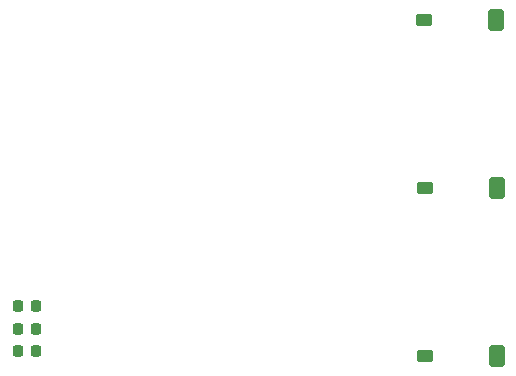
<source format=gbr>
%TF.GenerationSoftware,KiCad,Pcbnew,9.0.7*%
%TF.CreationDate,2026-01-06T19:32:14-08:00*%
%TF.ProjectId,v1.2,76312e32-2e6b-4696-9361-645f70636258,rev?*%
%TF.SameCoordinates,Original*%
%TF.FileFunction,Paste,Bot*%
%TF.FilePolarity,Positive*%
%FSLAX46Y46*%
G04 Gerber Fmt 4.6, Leading zero omitted, Abs format (unit mm)*
G04 Created by KiCad (PCBNEW 9.0.7) date 2026-01-06 19:32:14*
%MOMM*%
%LPD*%
G01*
G04 APERTURE LIST*
G04 Aperture macros list*
%AMRoundRect*
0 Rectangle with rounded corners*
0 $1 Rounding radius*
0 $2 $3 $4 $5 $6 $7 $8 $9 X,Y pos of 4 corners*
0 Add a 4 corners polygon primitive as box body*
4,1,4,$2,$3,$4,$5,$6,$7,$8,$9,$2,$3,0*
0 Add four circle primitives for the rounded corners*
1,1,$1+$1,$2,$3*
1,1,$1+$1,$4,$5*
1,1,$1+$1,$6,$7*
1,1,$1+$1,$8,$9*
0 Add four rect primitives between the rounded corners*
20,1,$1+$1,$2,$3,$4,$5,0*
20,1,$1+$1,$4,$5,$6,$7,0*
20,1,$1+$1,$6,$7,$8,$9,0*
20,1,$1+$1,$8,$9,$2,$3,0*%
G04 Aperture macros list end*
%ADD10RoundRect,0.137500X-0.512500X-0.412500X0.512500X-0.412500X0.512500X0.412500X-0.512500X0.412500X0*%
%ADD11RoundRect,0.162500X-0.487500X-0.787500X0.487500X-0.787500X0.487500X0.787500X-0.487500X0.787500X0*%
%ADD12RoundRect,0.225000X0.225000X0.250000X-0.225000X0.250000X-0.225000X-0.250000X0.225000X-0.250000X0*%
G04 APERTURE END LIST*
D10*
%TO.C,D2*%
X121000000Y-141700000D03*
D11*
X127100000Y-141700000D03*
%TD*%
D10*
%TO.C,D3*%
X120950000Y-113300000D03*
D11*
X127050000Y-113300000D03*
%TD*%
D10*
%TO.C,D4*%
X121000000Y-127500000D03*
D11*
X127100000Y-127500000D03*
%TD*%
D12*
%TO.C,C3*%
X88100000Y-139400000D03*
X86550000Y-139400000D03*
%TD*%
%TO.C,C1*%
X88100000Y-141300000D03*
X86550000Y-141300000D03*
%TD*%
%TO.C,C2*%
X88100000Y-137500000D03*
X86550000Y-137500000D03*
%TD*%
M02*

</source>
